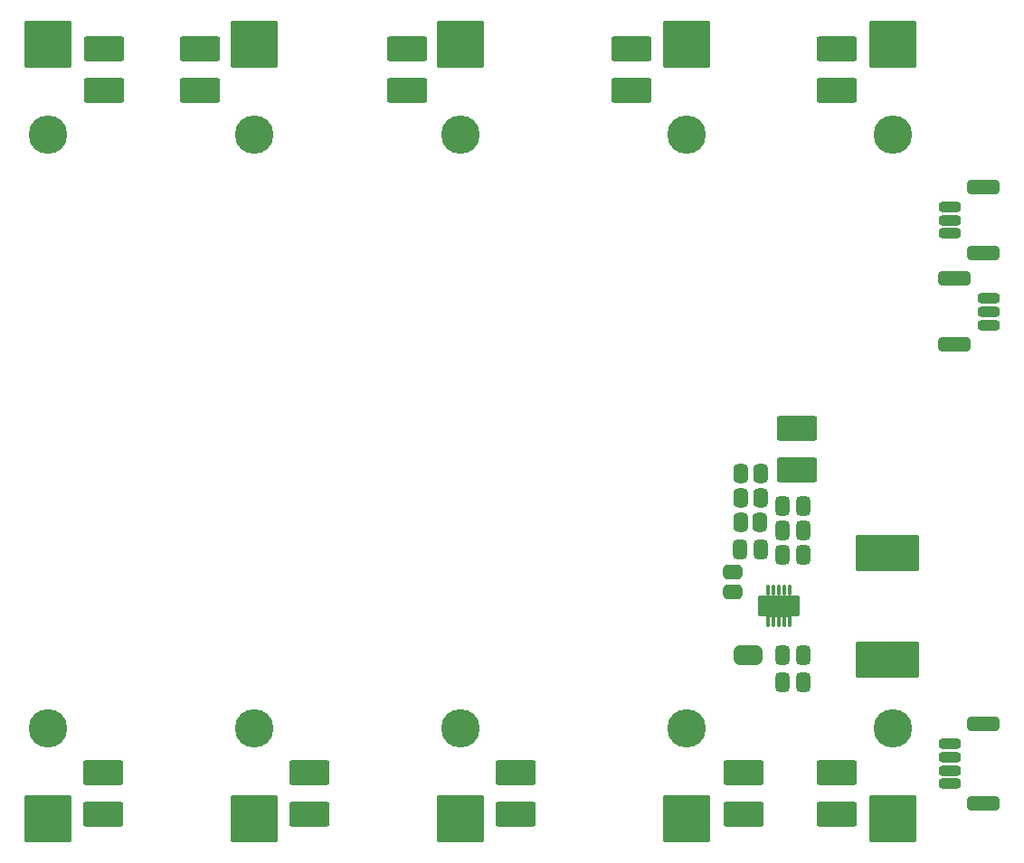
<source format=gbr>
%TF.GenerationSoftware,KiCad,Pcbnew,6.0.11+dfsg-1*%
%TF.CreationDate,2024-03-28T01:05:38+00:00*%
%TF.ProjectId,UST5BATT18650V01,55535435-4241-4545-9431-383635305630,rev?*%
%TF.SameCoordinates,PX463f660PY87a6900*%
%TF.FileFunction,Soldermask,Bot*%
%TF.FilePolarity,Negative*%
%FSLAX46Y46*%
G04 Gerber Fmt 4.6, Leading zero omitted, Abs format (unit mm)*
G04 Created by KiCad (PCBNEW 6.0.11+dfsg-1) date 2024-03-28 01:05:38*
%MOMM*%
%LPD*%
G01*
G04 APERTURE LIST*
G04 Aperture macros list*
%AMRoundRect*
0 Rectangle with rounded corners*
0 $1 Rounding radius*
0 $2 $3 $4 $5 $6 $7 $8 $9 X,Y pos of 4 corners*
0 Add a 4 corners polygon primitive as box body*
4,1,4,$2,$3,$4,$5,$6,$7,$8,$9,$2,$3,0*
0 Add four circle primitives for the rounded corners*
1,1,$1+$1,$2,$3*
1,1,$1+$1,$4,$5*
1,1,$1+$1,$6,$7*
1,1,$1+$1,$8,$9*
0 Add four rect primitives between the rounded corners*
20,1,$1+$1,$2,$3,$4,$5,0*
20,1,$1+$1,$4,$5,$6,$7,0*
20,1,$1+$1,$6,$7,$8,$9,0*
20,1,$1+$1,$8,$9,$2,$3,0*%
%AMFreePoly0*
4,1,41,0.586777,0.930194,0.656366,0.874698,0.694986,0.794504,0.700000,0.750000,0.700000,-0.750000,0.680194,-0.836777,0.624698,-0.906366,0.544504,-0.944986,0.500000,-0.950000,0.000000,-0.950000,-0.023504,-0.944635,-0.083606,-0.943534,-0.139582,-0.934468,-0.274897,-0.892193,-0.326080,-0.867780,-0.444090,-0.789225,-0.486362,-0.751429,-0.577582,-0.642910,-0.607548,-0.594768,-0.664643,-0.465009,
-0.679893,-0.410393,-0.697476,-0.275933,-0.697084,-0.275882,-0.700000,-0.250000,-0.700000,0.250000,-0.697921,0.259109,-0.697582,0.286880,-0.675771,0.426957,-0.659192,0.481183,-0.598944,0.609508,-0.567811,0.656904,-0.473967,0.763162,-0.430783,0.799915,-0.310888,0.875563,-0.259125,0.898717,-0.122818,0.937674,-0.066635,0.945370,-0.042411,0.945222,0.000000,0.950000,0.500000,0.950000,
0.586777,0.930194,0.586777,0.930194,$1*%
%AMFreePoly1*
4,1,41,0.022678,0.944824,0.075125,0.944504,0.131210,0.936123,0.267031,0.895504,0.318507,0.871718,0.437469,0.794611,0.480202,0.757333,0.572740,0.649936,0.603290,0.602165,0.661967,0.473113,0.677883,0.418686,0.697980,0.278353,0.700000,0.250000,0.700000,-0.250000,0.699985,-0.252439,0.699836,-0.264655,0.697079,-0.295398,0.673559,-0.435199,0.656318,-0.489221,0.594506,-0.616800,
0.562797,-0.663810,0.467662,-0.768914,0.424032,-0.805137,0.303222,-0.879314,0.251181,-0.901834,0.114408,-0.939123,0.058135,-0.946132,0.037663,-0.945757,0.000000,-0.950000,-0.500000,-0.950000,-0.586777,-0.930194,-0.656366,-0.874698,-0.694986,-0.794504,-0.700000,-0.750000,-0.700000,0.750000,-0.680194,0.836777,-0.624698,0.906366,-0.544504,0.944986,-0.500000,0.950000,0.000000,0.950000,
0.022678,0.944824,0.022678,0.944824,$1*%
G04 Aperture macros list end*
%ADD10C,3.600000*%
%ADD11RoundRect,0.200000X2.000000X-2.000000X2.000000X2.000000X-2.000000X2.000000X-2.000000X-2.000000X0*%
%ADD12RoundRect,0.200000X-1.700000X0.950000X-1.700000X-0.950000X1.700000X-0.950000X1.700000X0.950000X0*%
%ADD13RoundRect,0.450000X0.250000X0.475000X-0.250000X0.475000X-0.250000X-0.475000X0.250000X-0.475000X0*%
%ADD14RoundRect,0.350000X-0.700000X0.150000X-0.700000X-0.150000X0.700000X-0.150000X0.700000X0.150000X0*%
%ADD15RoundRect,0.450000X-1.100000X0.250000X-1.100000X-0.250000X1.100000X-0.250000X1.100000X0.250000X0*%
%ADD16RoundRect,0.450000X-0.262500X-0.450000X0.262500X-0.450000X0.262500X0.450000X-0.262500X0.450000X0*%
%ADD17FreePoly0,0.000000*%
%ADD18FreePoly1,0.000000*%
%ADD19RoundRect,0.450000X-0.475000X0.250000X-0.475000X-0.250000X0.475000X-0.250000X0.475000X0.250000X0*%
%ADD20RoundRect,0.200000X-2.750000X1.500000X-2.750000X-1.500000X2.750000X-1.500000X2.750000X1.500000X0*%
%ADD21RoundRect,0.450000X0.262500X0.450000X-0.262500X0.450000X-0.262500X-0.450000X0.262500X-0.450000X0*%
%ADD22RoundRect,0.070000X0.140000X-0.140000X0.140000X0.140000X-0.140000X0.140000X-0.140000X-0.140000X0*%
%ADD23O,0.420000X0.990000*%
%ADD24RoundRect,0.200000X0.350000X-0.125000X0.350000X0.125000X-0.350000X0.125000X-0.350000X-0.125000X0*%
%ADD25RoundRect,0.200000X0.300000X-0.115000X0.300000X0.115000X-0.300000X0.115000X-0.300000X-0.115000X0*%
%ADD26C,1.000000*%
%ADD27RoundRect,0.200000X1.075000X-0.850000X1.075000X0.850000X-1.075000X0.850000X-1.075000X-0.850000X0*%
%ADD28RoundRect,0.200000X0.450000X-0.325000X0.450000X0.325000X-0.450000X0.325000X-0.450000X-0.325000X0*%
%ADD29RoundRect,0.350000X0.700000X-0.150000X0.700000X0.150000X-0.700000X0.150000X-0.700000X-0.150000X0*%
%ADD30RoundRect,0.450000X1.100000X-0.250000X1.100000X0.250000X-1.100000X0.250000X-1.100000X-0.250000X0*%
%ADD31RoundRect,0.200000X1.700000X-0.950000X1.700000X0.950000X-1.700000X0.950000X-1.700000X-0.950000X0*%
G04 APERTURE END LIST*
D10*
%TO.C,BT2*%
X10545000Y11195000D03*
X49145000Y66805000D03*
X29845000Y66805000D03*
X49145000Y11195000D03*
X10545000Y66805000D03*
X29845000Y11195000D03*
D11*
X10545000Y2750000D03*
X10545000Y75250000D03*
X29845000Y2750000D03*
X29845000Y75250000D03*
X49145000Y2750000D03*
X49145000Y75250000D03*
%TD*%
D10*
%TO.C,BT1*%
X70300000Y11190000D03*
X89600000Y11190000D03*
X89600000Y66810000D03*
X70300000Y66810000D03*
D11*
X70300000Y2700000D03*
X70300000Y75300000D03*
X89600000Y2700000D03*
X89600000Y75300000D03*
%TD*%
D12*
%TO.C,F2*%
X65166000Y74848000D03*
X65166000Y70948000D03*
%TD*%
D13*
%TO.C,C5*%
X81214000Y27432000D03*
X79314000Y27432000D03*
%TD*%
D12*
%TO.C,F7*%
X35052000Y7030000D03*
X35052000Y3130000D03*
%TD*%
D13*
%TO.C,C2*%
X81214000Y18034000D03*
X79314000Y18034000D03*
%TD*%
D14*
%TO.C,J2*%
X94924000Y60051000D03*
X94924000Y58801000D03*
X94924000Y57551000D03*
D15*
X98124000Y61901000D03*
X98124000Y55701000D03*
%TD*%
D12*
%TO.C,F4*%
X84366000Y74848000D03*
X84366000Y70948000D03*
%TD*%
%TO.C,F8*%
X24766000Y74848000D03*
X24766000Y70948000D03*
%TD*%
D16*
%TO.C,R3*%
X75391000Y30480000D03*
X77216000Y30480000D03*
%TD*%
D12*
%TO.C,F6*%
X15766000Y74848000D03*
X15766000Y70948000D03*
%TD*%
D13*
%TO.C,C4*%
X77253500Y27940000D03*
X75353500Y27940000D03*
%TD*%
D12*
%TO.C,F9*%
X54356000Y7030000D03*
X54356000Y3130000D03*
%TD*%
D16*
%TO.C,R1*%
X75414500Y35052000D03*
X77239500Y35052000D03*
%TD*%
D13*
%TO.C,C7*%
X81214000Y32004000D03*
X79314000Y32004000D03*
%TD*%
D12*
%TO.C,F10*%
X44166000Y74848000D03*
X44166000Y70948000D03*
%TD*%
D17*
%TO.C,JP1*%
X75438000Y18034000D03*
D18*
X76738000Y18034000D03*
%TD*%
D19*
%TO.C,C3*%
X74676000Y25842000D03*
X74676000Y23942000D03*
%TD*%
D20*
%TO.C,L1*%
X89154000Y17606000D03*
X89154000Y27606000D03*
%TD*%
D13*
%TO.C,C6*%
X81214000Y29718000D03*
X79314000Y29718000D03*
%TD*%
D12*
%TO.C,F3*%
X84350000Y7050000D03*
X84350000Y3150000D03*
%TD*%
D13*
%TO.C,C1*%
X81214000Y15494000D03*
X79314000Y15494000D03*
%TD*%
D21*
%TO.C,R2*%
X77239500Y32766000D03*
X75414500Y32766000D03*
%TD*%
D22*
%TO.C,X1*%
X79978000Y20895000D03*
D23*
X79978000Y21180000D03*
D22*
X79478000Y20895000D03*
D23*
X79478000Y21180000D03*
D22*
X78978000Y20895000D03*
D23*
X78978000Y21180000D03*
X78478000Y21180000D03*
D22*
X78478000Y20895000D03*
X77978000Y20895000D03*
D23*
X77978000Y21180000D03*
X77978000Y24130000D03*
D22*
X77978000Y24415000D03*
D23*
X78478000Y24130000D03*
D22*
X78478000Y24415000D03*
D23*
X78978000Y24130000D03*
D22*
X78978000Y24415000D03*
D23*
X79478000Y24130000D03*
D22*
X79478000Y24415000D03*
X79978000Y24415000D03*
D23*
X79978000Y24130000D03*
D24*
X77553000Y22055000D03*
X77553000Y23255000D03*
D25*
X77553000Y22055000D03*
D26*
X78978000Y22655000D03*
D24*
X80403000Y22055000D03*
D27*
X78978000Y22655000D03*
D28*
X79538000Y23090000D03*
D24*
X80403000Y22855000D03*
D25*
X77553000Y22455000D03*
X80403000Y22855000D03*
D26*
X79478000Y23155000D03*
D24*
X77553000Y22855000D03*
X80403000Y23255000D03*
D26*
X78478000Y22155000D03*
D25*
X77553000Y22855000D03*
D24*
X80403000Y22455000D03*
D26*
X79478000Y22155000D03*
D28*
X78418000Y22220000D03*
D25*
X80403000Y22055000D03*
D26*
X78478000Y23155000D03*
D28*
X79538000Y22220000D03*
X78418000Y23090000D03*
D24*
X77553000Y22455000D03*
D25*
X80403000Y23255000D03*
X77553000Y23255000D03*
X80403000Y22455000D03*
%TD*%
D14*
%TO.C,J1*%
X94924000Y9749000D03*
X94924000Y8499000D03*
X94924000Y7249000D03*
X94924000Y5999000D03*
D15*
X98124000Y11599000D03*
X98124000Y4149000D03*
%TD*%
D29*
%TO.C,J3*%
X98624000Y48990000D03*
X98624000Y50240000D03*
X98624000Y51490000D03*
D30*
X95424000Y47140000D03*
X95424000Y53340000D03*
%TD*%
D12*
%TO.C,F5*%
X15700000Y7050000D03*
X15700000Y3150000D03*
%TD*%
%TO.C,F1*%
X75650000Y7050000D03*
X75650000Y3150000D03*
%TD*%
D31*
%TO.C,F11*%
X80645000Y35388000D03*
X80645000Y39288000D03*
%TD*%
M02*

</source>
